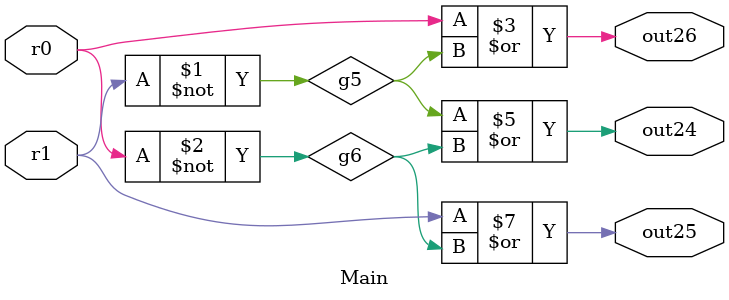
<source format=v>
module Main(r1,r0, out26, out24, out25);
  output out24, out25, out26;
  input r1, r0;
//   wire g5, g6, g128, g129, g130;
  
  assign g5 = ~r1;
  assign g6 = ~r0;
  assign g17 = r0 ~| g5;
  assign g15 = g5 ~| g6;
  assign g16 = r1 ~| g6;
  
  assign out26 = ~g17;
  assign out24 = ~g15;
  assign out25 = ~g16;
  

endmodule



// module Main(in118,in126, ao_0);
//   output ao_0;
//   input in118, in126;
//  
//   assign ao_0 = ~((in126 ~| ~in118) ~| (in118 ~| ~in126));
//   
// 
// endmodule
</source>
